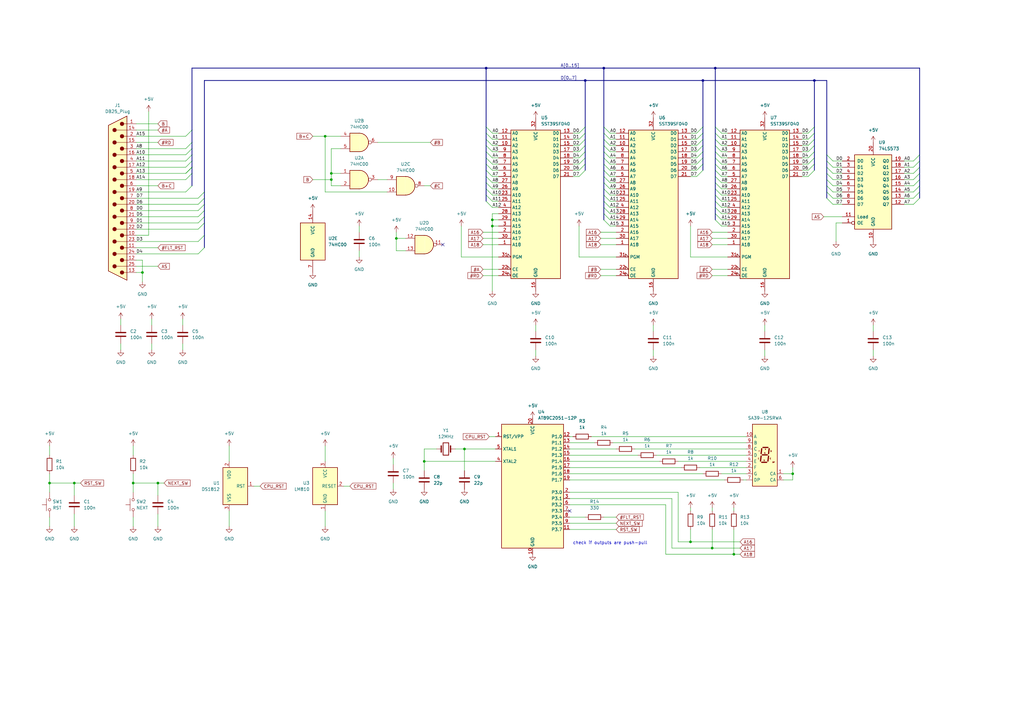
<source format=kicad_sch>
(kicad_sch (version 20231120) (generator "eeschema") (generator_version "8.0")
  (paper "A3")
  (title_block (title "FLT/CU-1 multicart") (date "2024-03-17") (rev "A") (company "trwgQ26xxx"))
  (junction (at 293.37 27.94))
  (junction (at 283.21 222.25))
  (junction (at 162.56 97.79))
  (junction (at 247.65 27.94))
  (junction (at 64.77 198.12))
  (junction (at 240.03 33.02))
  (junction (at 20.32 198.12))
  (junction (at 325.12 194.31))
  (junction (at 190.5 184.15))
  (junction (at 135.89 71.12))
  (junction (at 135.89 73.66))
  (junction (at 58.42 111.76))
  (junction (at 133.35 55.88))
  (junction (at 300.99 227.33))
  (junction (at 288.29 33.02))
  (junction (at 201.93 92.71))
  (junction (at 199.39 27.94))
  (junction (at 173.99 189.23))
  (junction (at 54.61 198.12))
  (junction (at 292.1 224.79))
  (junction (at 334.01 33.02))
  (junction (at 201.93 90.17))
  (junction (at 30.48 198.12))
  (no_connect (at 181.61 100.33))
  (no_connect (at 233.68 209.55))
  (bus_entry (at 377.19 71.12) (size -2.54 2.54))
  (bus_entry (at 83.82 83.82) (size -2.54 2.54))
  (bus_entry (at 334.01 69.85) (size -2.54 2.54))
  (bus_entry (at 288.29 64.77) (size -2.54 2.54))
  (bus_entry (at 199.39 57.15) (size 2.54 2.54))
  (bus_entry (at 334.01 54.61) (size -2.54 2.54))
  (bus_entry (at 339.09 73.66) (size 2.54 2.54))
  (bus_entry (at 247.65 52.07) (size 2.54 2.54))
  (bus_entry (at 78.74 76.2) (size -2.54 2.54))
  (bus_entry (at 247.65 64.77) (size 2.54 2.54))
  (bus_entry (at 293.37 64.77) (size 2.54 2.54))
  (bus_entry (at 377.19 73.66) (size -2.54 2.54))
  (bus_entry (at 199.39 52.07) (size 2.54 2.54))
  (bus_entry (at 247.65 54.61) (size 2.54 2.54))
  (bus_entry (at 339.09 71.12) (size 2.54 2.54))
  (bus_entry (at 334.01 67.31) (size -2.54 2.54))
  (bus_entry (at 293.37 52.07) (size 2.54 2.54))
  (bus_entry (at 288.29 69.85) (size -2.54 2.54))
  (bus_entry (at 288.29 57.15) (size -2.54 2.54))
  (bus_entry (at 377.19 68.58) (size -2.54 2.54))
  (bus_entry (at 247.65 77.47) (size 2.54 2.54))
  (bus_entry (at 293.37 72.39) (size 2.54 2.54))
  (bus_entry (at 83.82 101.6) (size -2.54 2.54))
  (bus_entry (at 247.65 62.23) (size 2.54 2.54))
  (bus_entry (at 83.82 86.36) (size -2.54 2.54))
  (bus_entry (at 377.19 76.2) (size -2.54 2.54))
  (bus_entry (at 247.65 67.31) (size 2.54 2.54))
  (bus_entry (at 247.65 90.17) (size 2.54 2.54))
  (bus_entry (at 293.37 85.09) (size 2.54 2.54))
  (bus_entry (at 78.74 63.5) (size -2.54 2.54))
  (bus_entry (at 293.37 69.85) (size 2.54 2.54))
  (bus_entry (at 199.39 59.69) (size 2.54 2.54))
  (bus_entry (at 240.03 64.77) (size -2.54 2.54))
  (bus_entry (at 240.03 62.23) (size -2.54 2.54))
  (bus_entry (at 199.39 82.55) (size 2.54 2.54))
  (bus_entry (at 247.65 69.85) (size 2.54 2.54))
  (bus_entry (at 199.39 62.23) (size 2.54 2.54))
  (bus_entry (at 293.37 59.69) (size 2.54 2.54))
  (bus_entry (at 78.74 66.04) (size -2.54 2.54))
  (bus_entry (at 240.03 67.31) (size -2.54 2.54))
  (bus_entry (at 247.65 74.93) (size 2.54 2.54))
  (bus_entry (at 78.74 71.12) (size -2.54 2.54))
  (bus_entry (at 334.01 59.69) (size -2.54 2.54))
  (bus_entry (at 199.39 74.93) (size 2.54 2.54))
  (bus_entry (at 377.19 63.5) (size -2.54 2.54))
  (bus_entry (at 334.01 57.15) (size -2.54 2.54))
  (bus_entry (at 293.37 62.23) (size 2.54 2.54))
  (bus_entry (at 293.37 90.17) (size 2.54 2.54))
  (bus_entry (at 293.37 57.15) (size 2.54 2.54))
  (bus_entry (at 199.39 67.31) (size 2.54 2.54))
  (bus_entry (at 339.09 63.5) (size 2.54 2.54))
  (bus_entry (at 247.65 82.55) (size 2.54 2.54))
  (bus_entry (at 78.74 60.96) (size -2.54 2.54))
  (bus_entry (at 339.09 81.28) (size 2.54 2.54))
  (bus_entry (at 293.37 54.61) (size 2.54 2.54))
  (bus_entry (at 199.39 77.47) (size 2.54 2.54))
  (bus_entry (at 199.39 54.61) (size 2.54 2.54))
  (bus_entry (at 240.03 59.69) (size -2.54 2.54))
  (bus_entry (at 83.82 81.28) (size -2.54 2.54))
  (bus_entry (at 288.29 67.31) (size -2.54 2.54))
  (bus_entry (at 199.39 80.01) (size 2.54 2.54))
  (bus_entry (at 78.74 68.58) (size -2.54 2.54))
  (bus_entry (at 288.29 52.07) (size -2.54 2.54))
  (bus_entry (at 339.09 66.04) (size 2.54 2.54))
  (bus_entry (at 339.09 78.74) (size 2.54 2.54))
  (bus_entry (at 377.19 78.74) (size -2.54 2.54))
  (bus_entry (at 240.03 54.61) (size -2.54 2.54))
  (bus_entry (at 78.74 58.42) (size -2.54 2.54))
  (bus_entry (at 288.29 54.61) (size -2.54 2.54))
  (bus_entry (at 240.03 57.15) (size -2.54 2.54))
  (bus_entry (at 247.65 72.39) (size 2.54 2.54))
  (bus_entry (at 240.03 52.07) (size -2.54 2.54))
  (bus_entry (at 334.01 64.77) (size -2.54 2.54))
  (bus_entry (at 199.39 69.85) (size 2.54 2.54))
  (bus_entry (at 288.29 62.23) (size -2.54 2.54))
  (bus_entry (at 78.74 53.34) (size -2.54 2.54))
  (bus_entry (at 293.37 82.55) (size 2.54 2.54))
  (bus_entry (at 83.82 96.52) (size -2.54 2.54))
  (bus_entry (at 339.09 76.2) (size 2.54 2.54))
  (bus_entry (at 293.37 87.63) (size 2.54 2.54))
  (bus_entry (at 377.19 66.04) (size -2.54 2.54))
  (bus_entry (at 293.37 80.01) (size 2.54 2.54))
  (bus_entry (at 334.01 52.07) (size -2.54 2.54))
  (bus_entry (at 83.82 78.74) (size -2.54 2.54))
  (bus_entry (at 293.37 74.93) (size 2.54 2.54))
  (bus_entry (at 247.65 80.01) (size 2.54 2.54))
  (bus_entry (at 288.29 59.69) (size -2.54 2.54))
  (bus_entry (at 199.39 64.77) (size 2.54 2.54))
  (bus_entry (at 293.37 67.31) (size 2.54 2.54))
  (bus_entry (at 240.03 69.85) (size -2.54 2.54))
  (bus_entry (at 247.65 85.09) (size 2.54 2.54))
  (bus_entry (at 83.82 91.44) (size -2.54 2.54))
  (bus_entry (at 78.74 68.58) (size -2.54 2.54))
  (bus_entry (at 334.01 62.23) (size -2.54 2.54))
  (bus_entry (at 83.82 88.9) (size -2.54 2.54))
  (bus_entry (at 377.19 81.28) (size -2.54 2.54))
  (bus_entry (at 247.65 57.15) (size 2.54 2.54))
  (bus_entry (at 293.37 77.47) (size 2.54 2.54))
  (bus_entry (at 199.39 72.39) (size 2.54 2.54))
  (bus_entry (at 339.09 68.58) (size 2.54 2.54))
  (bus_entry (at 247.65 87.63) (size 2.54 2.54))
  (bus_entry (at 247.65 59.69) (size 2.54 2.54))
  (wire (pts (xy 128.27 55.88) (xy 133.35 55.88)))
  (bus (pts (xy 334.01 54.61) (xy 334.01 57.15)))
  (wire (pts (xy 250.19 82.55) (xy 252.73 82.55)))
  (wire (pts (xy 341.63 73.66) (xy 345.44 73.66)))
  (wire (pts (xy 313.69 143.51) (xy 313.69 146.05)))
  (wire (pts (xy 250.19 62.23) (xy 252.73 62.23)))
  (wire (pts (xy 55.88 53.34) (xy 64.77 53.34)))
  (wire (pts (xy 304.8 196.85) (xy 306.07 196.85)))
  (wire (pts (xy 273.05 227.33) (xy 273.05 207.01)))
  (wire (pts (xy 54.61 198.12) (xy 54.61 201.93)))
  (wire (pts (xy 328.93 62.23) (xy 331.47 62.23)))
  (bus (pts (xy 247.65 52.07) (xy 247.65 54.61)))
  (wire (pts (xy 62.23 140.97) (xy 62.23 143.51)))
  (wire (pts (xy 246.38 97.79) (xy 252.73 97.79)))
  (wire (pts (xy 237.49 69.85) (xy 234.95 69.85)))
  (wire (pts (xy 275.59 224.79) (xy 275.59 204.47)))
  (bus (pts (xy 293.37 82.55) (xy 293.37 85.09)))
  (wire (pts (xy 55.88 101.6) (xy 64.77 101.6)))
  (wire (pts (xy 292.1 209.55) (xy 292.1 208.28)))
  (bus (pts (xy 199.39 72.39) (xy 199.39 69.85)))
  (wire (pts (xy 233.68 214.63) (xy 252.73 214.63)))
  (wire (pts (xy 190.5 184.15) (xy 190.5 193.04)))
  (wire (pts (xy 237.49 64.77) (xy 234.95 64.77)))
  (wire (pts (xy 133.35 55.88) (xy 139.7 55.88)))
  (wire (pts (xy 295.91 69.85) (xy 298.45 69.85)))
  (wire (pts (xy 173.99 189.23) (xy 203.2 189.23)))
  (wire (pts (xy 233.68 194.31) (xy 288.29 194.31)))
  (wire (pts (xy 233.68 184.15) (xy 252.73 184.15)))
  (wire (pts (xy 104.14 199.39) (xy 106.68 199.39)))
  (wire (pts (xy 64.77 198.12) (xy 64.77 203.2)))
  (wire (pts (xy 341.63 83.82) (xy 345.44 83.82)))
  (wire (pts (xy 20.32 212.09) (xy 20.32 215.9)))
  (bus (pts (xy 247.65 54.61) (xy 247.65 57.15)))
  (bus (pts (xy 247.65 27.94) (xy 293.37 27.94)))
  (bus (pts (xy 288.29 52.07) (xy 288.29 54.61)))
  (bus (pts (xy 288.29 33.02) (xy 334.01 33.02)))
  (bus (pts (xy 339.09 73.66) (xy 339.09 76.2)))
  (wire (pts (xy 201.93 85.09) (xy 204.47 85.09)))
  (bus (pts (xy 247.65 72.39) (xy 247.65 74.93)))
  (wire (pts (xy 283.21 222.25) (xy 303.53 222.25)))
  (bus (pts (xy 247.65 27.94) (xy 247.65 52.07)))
  (wire (pts (xy 49.53 130.81) (xy 49.53 133.35)))
  (bus (pts (xy 247.65 85.09) (xy 247.65 87.63)))
  (wire (pts (xy 292.1 100.33) (xy 298.45 100.33)))
  (wire (pts (xy 300.99 217.17) (xy 300.99 227.33)))
  (wire (pts (xy 135.89 71.12) (xy 135.89 73.66)))
  (wire (pts (xy 204.47 105.41) (xy 189.23 105.41)))
  (wire (pts (xy 201.93 72.39) (xy 204.47 72.39)))
  (wire (pts (xy 233.68 186.69) (xy 261.62 186.69)))
  (wire (pts (xy 237.49 54.61) (xy 234.95 54.61)))
  (bus (pts (xy 240.03 67.31) (xy 240.03 64.77)))
  (wire (pts (xy 345.44 91.44) (xy 342.9 91.44)))
  (bus (pts (xy 247.65 69.85) (xy 247.65 72.39)))
  (bus (pts (xy 339.09 68.58) (xy 339.09 71.12)))
  (wire (pts (xy 233.68 196.85) (xy 297.18 196.85)))
  (bus (pts (xy 78.74 27.94) (xy 78.74 53.34)))
  (wire (pts (xy 201.93 67.31) (xy 204.47 67.31)))
  (wire (pts (xy 295.91 82.55) (xy 298.45 82.55)))
  (wire (pts (xy 295.91 87.63) (xy 298.45 87.63)))
  (wire (pts (xy 341.63 66.04) (xy 345.44 66.04)))
  (bus (pts (xy 293.37 62.23) (xy 293.37 64.77)))
  (bus (pts (xy 377.19 63.5) (xy 377.19 66.04)))
  (wire (pts (xy 147.32 92.71) (xy 147.32 95.25)))
  (bus (pts (xy 240.03 57.15) (xy 240.03 54.61)))
  (wire (pts (xy 283.21 67.31) (xy 285.75 67.31)))
  (wire (pts (xy 55.88 66.04) (xy 76.2 66.04)))
  (bus (pts (xy 293.37 54.61) (xy 293.37 57.15)))
  (wire (pts (xy 370.84 71.12) (xy 374.65 71.12)))
  (wire (pts (xy 370.84 81.28) (xy 374.65 81.28)))
  (wire (pts (xy 295.91 74.93) (xy 298.45 74.93)))
  (wire (pts (xy 295.91 72.39) (xy 298.45 72.39)))
  (bus (pts (xy 199.39 77.47) (xy 199.39 74.93)))
  (wire (pts (xy 283.21 59.69) (xy 285.75 59.69)))
  (bus (pts (xy 199.39 69.85) (xy 199.39 67.31)))
  (wire (pts (xy 292.1 113.03) (xy 298.45 113.03)))
  (bus (pts (xy 334.01 64.77) (xy 334.01 67.31)))
  (wire (pts (xy 179.07 184.15) (xy 173.99 184.15)))
  (wire (pts (xy 55.88 109.22) (xy 64.77 109.22)))
  (wire (pts (xy 341.63 78.74) (xy 345.44 78.74)))
  (wire (pts (xy 54.61 212.09) (xy 54.61 215.9)))
  (wire (pts (xy 162.56 97.79) (xy 162.56 95.25)))
  (wire (pts (xy 55.88 50.8) (xy 64.77 50.8)))
  (wire (pts (xy 242.57 179.07) (xy 306.07 179.07)))
  (wire (pts (xy 54.61 182.88) (xy 54.61 186.69)))
  (wire (pts (xy 370.84 76.2) (xy 374.65 76.2)))
  (wire (pts (xy 292.1 217.17) (xy 292.1 224.79)))
  (wire (pts (xy 250.19 77.47) (xy 252.73 77.47)))
  (wire (pts (xy 283.21 105.41) (xy 283.21 92.71)))
  (bus (pts (xy 199.39 64.77) (xy 199.39 62.23)))
  (wire (pts (xy 49.53 140.97) (xy 49.53 143.51)))
  (bus (pts (xy 293.37 27.94) (xy 293.37 52.07)))
  (wire (pts (xy 275.59 204.47) (xy 233.68 204.47)))
  (wire (pts (xy 55.88 104.14) (xy 81.28 104.14)))
  (wire (pts (xy 55.88 71.12) (xy 76.2 71.12)))
  (bus (pts (xy 199.39 59.69) (xy 199.39 57.15)))
  (wire (pts (xy 140.97 199.39) (xy 143.51 199.39)))
  (wire (pts (xy 341.63 71.12) (xy 345.44 71.12)))
  (bus (pts (xy 377.19 78.74) (xy 377.19 81.28)))
  (wire (pts (xy 201.93 92.71) (xy 201.93 119.38)))
  (wire (pts (xy 295.91 80.01) (xy 298.45 80.01)))
  (bus (pts (xy 78.74 71.12) (xy 78.74 76.2)))
  (bus (pts (xy 293.37 52.07) (xy 293.37 54.61)))
  (wire (pts (xy 139.7 71.12) (xy 135.89 71.12)))
  (bus (pts (xy 334.01 59.69) (xy 334.01 62.23)))
  (wire (pts (xy 250.19 54.61) (xy 252.73 54.61)))
  (bus (pts (xy 199.39 80.01) (xy 199.39 77.47)))
  (wire (pts (xy 370.84 66.04) (xy 374.65 66.04)))
  (wire (pts (xy 275.59 224.79) (xy 292.1 224.79)))
  (wire (pts (xy 295.91 54.61) (xy 298.45 54.61)))
  (bus (pts (xy 293.37 69.85) (xy 293.37 72.39)))
  (wire (pts (xy 76.2 78.74) (xy 55.88 78.74)))
  (wire (pts (xy 250.19 80.01) (xy 252.73 80.01)))
  (wire (pts (xy 345.44 88.9) (xy 337.82 88.9)))
  (bus (pts (xy 240.03 59.69) (xy 240.03 57.15)))
  (bus (pts (xy 293.37 85.09) (xy 293.37 87.63)))
  (wire (pts (xy 237.49 72.39) (xy 234.95 72.39)))
  (wire (pts (xy 298.45 105.41) (xy 283.21 105.41)))
  (bus (pts (xy 78.74 60.96) (xy 78.74 63.5)))
  (bus (pts (xy 247.65 57.15) (xy 247.65 59.69)))
  (wire (pts (xy 135.89 73.66) (xy 135.89 76.2)))
  (bus (pts (xy 78.74 68.58) (xy 78.74 71.12)))
  (bus (pts (xy 78.74 58.42) (xy 78.74 60.96)))
  (wire (pts (xy 246.38 100.33) (xy 252.73 100.33)))
  (bus (pts (xy 199.39 52.07) (xy 199.39 27.94)))
  (bus (pts (xy 83.82 91.44) (xy 83.82 96.52)))
  (wire (pts (xy 201.93 62.23) (xy 204.47 62.23)))
  (wire (pts (xy 64.77 210.82) (xy 64.77 215.9)))
  (wire (pts (xy 139.7 60.96) (xy 135.89 60.96)))
  (wire (pts (xy 154.94 58.42) (xy 176.53 58.42)))
  (wire (pts (xy 93.98 182.88) (xy 93.98 189.23)))
  (bus (pts (xy 83.82 78.74) (xy 83.82 81.28)))
  (wire (pts (xy 128.27 73.66) (xy 135.89 73.66)))
  (wire (pts (xy 295.91 57.15) (xy 298.45 57.15)))
  (bus (pts (xy 83.82 96.52) (xy 83.82 101.6)))
  (bus (pts (xy 293.37 57.15) (xy 293.37 59.69)))
  (wire (pts (xy 295.91 62.23) (xy 298.45 62.23)))
  (bus (pts (xy 334.01 57.15) (xy 334.01 59.69)))
  (wire (pts (xy 55.88 111.76) (xy 58.42 111.76)))
  (wire (pts (xy 328.93 69.85) (xy 331.47 69.85)))
  (wire (pts (xy 278.13 222.25) (xy 283.21 222.25)))
  (wire (pts (xy 246.38 113.03) (xy 252.73 113.03)))
  (bus (pts (xy 247.65 77.47) (xy 247.65 80.01)))
  (bus (pts (xy 83.82 33.02) (xy 240.03 33.02)))
  (bus (pts (xy 339.09 63.5) (xy 339.09 66.04)))
  (wire (pts (xy 55.88 76.2) (xy 64.77 76.2)))
  (wire (pts (xy 341.63 68.58) (xy 345.44 68.58)))
  (wire (pts (xy 233.68 181.61) (xy 243.84 181.61)))
  (bus (pts (xy 377.19 66.04) (xy 377.19 68.58)))
  (bus (pts (xy 199.39 62.23) (xy 199.39 59.69)))
  (wire (pts (xy 201.93 87.63) (xy 201.93 90.17)))
  (wire (pts (xy 250.19 74.93) (xy 252.73 74.93)))
  (wire (pts (xy 55.88 86.36) (xy 81.28 86.36)))
  (wire (pts (xy 173.99 189.23) (xy 173.99 193.04)))
  (wire (pts (xy 147.32 102.87) (xy 147.32 105.41)))
  (wire (pts (xy 55.88 63.5) (xy 76.2 63.5)))
  (wire (pts (xy 325.12 191.77) (xy 325.12 194.31)))
  (wire (pts (xy 64.77 198.12) (xy 67.31 198.12)))
  (wire (pts (xy 283.21 209.55) (xy 283.21 208.28)))
  (bus (pts (xy 334.01 67.31) (xy 334.01 69.85)))
  (wire (pts (xy 198.12 95.25) (xy 204.47 95.25)))
  (wire (pts (xy 233.68 189.23) (xy 270.51 189.23)))
  (wire (pts (xy 250.19 67.31) (xy 252.73 67.31)))
  (wire (pts (xy 30.48 198.12) (xy 30.48 203.2)))
  (wire (pts (xy 158.75 73.66) (xy 154.94 73.66)))
  (wire (pts (xy 20.32 198.12) (xy 20.32 201.93)))
  (bus (pts (xy 240.03 62.23) (xy 240.03 59.69)))
  (bus (pts (xy 83.82 81.28) (xy 83.82 83.82)))
  (wire (pts (xy 328.93 72.39) (xy 331.47 72.39)))
  (wire (pts (xy 76.2 55.88) (xy 55.88 55.88)))
  (wire (pts (xy 267.97 143.51) (xy 267.97 146.05)))
  (bus (pts (xy 247.65 87.63) (xy 247.65 90.17)))
  (wire (pts (xy 328.93 64.77) (xy 331.47 64.77)))
  (wire (pts (xy 292.1 224.79) (xy 303.53 224.79)))
  (wire (pts (xy 295.91 67.31) (xy 298.45 67.31)))
  (bus (pts (xy 83.82 33.02) (xy 83.82 78.74)))
  (wire (pts (xy 201.93 74.93) (xy 204.47 74.93)))
  (wire (pts (xy 58.42 111.76) (xy 58.42 115.57)))
  (bus (pts (xy 377.19 68.58) (xy 377.19 71.12)))
  (bus (pts (xy 288.29 54.61) (xy 288.29 57.15)))
  (wire (pts (xy 173.99 184.15) (xy 173.99 189.23)))
  (wire (pts (xy 328.93 54.61) (xy 331.47 54.61)))
  (bus (pts (xy 199.39 74.93) (xy 199.39 72.39)))
  (wire (pts (xy 30.48 198.12) (xy 33.02 198.12)))
  (wire (pts (xy 251.46 181.61) (xy 306.07 181.61)))
  (wire (pts (xy 269.24 186.69) (xy 306.07 186.69)))
  (wire (pts (xy 186.69 184.15) (xy 190.5 184.15)))
  (wire (pts (xy 250.19 72.39) (xy 252.73 72.39)))
  (wire (pts (xy 250.19 69.85) (xy 252.73 69.85)))
  (bus (pts (xy 247.65 59.69) (xy 247.65 62.23)))
  (bus (pts (xy 240.03 33.02) (xy 288.29 33.02)))
  (wire (pts (xy 198.12 113.03) (xy 204.47 113.03)))
  (bus (pts (xy 247.65 80.01) (xy 247.65 82.55)))
  (wire (pts (xy 237.49 105.41) (xy 237.49 92.71)))
  (wire (pts (xy 250.19 64.77) (xy 252.73 64.77)))
  (wire (pts (xy 325.12 194.31) (xy 321.31 194.31)))
  (wire (pts (xy 237.49 67.31) (xy 234.95 67.31)))
  (bus (pts (xy 339.09 76.2) (xy 339.09 78.74)))
  (bus (pts (xy 240.03 64.77) (xy 240.03 62.23)))
  (wire (pts (xy 158.75 78.74) (xy 133.35 78.74)))
  (bus (pts (xy 293.37 64.77) (xy 293.37 67.31)))
  (wire (pts (xy 283.21 69.85) (xy 285.75 69.85)))
  (wire (pts (xy 260.35 184.15) (xy 306.07 184.15)))
  (wire (pts (xy 166.37 102.87) (xy 162.56 102.87)))
  (wire (pts (xy 283.21 217.17) (xy 283.21 222.25)))
  (wire (pts (xy 295.91 90.17) (xy 298.45 90.17)))
  (wire (pts (xy 201.93 64.77) (xy 204.47 64.77)))
  (bus (pts (xy 377.19 71.12) (xy 377.19 73.66)))
  (wire (pts (xy 237.49 59.69) (xy 234.95 59.69)))
  (bus (pts (xy 247.65 74.93) (xy 247.65 77.47)))
  (bus (pts (xy 377.19 27.94) (xy 377.19 63.5)))
  (wire (pts (xy 234.95 179.07) (xy 233.68 179.07)))
  (wire (pts (xy 250.19 85.09) (xy 252.73 85.09)))
  (wire (pts (xy 198.12 110.49) (xy 204.47 110.49)))
  (wire (pts (xy 198.12 97.79) (xy 204.47 97.79)))
  (wire (pts (xy 233.68 212.09) (xy 240.03 212.09)))
  (bus (pts (xy 334.01 52.07) (xy 334.01 54.61)))
  (bus (pts (xy 293.37 87.63) (xy 293.37 90.17)))
  (wire (pts (xy 250.19 90.17) (xy 252.73 90.17)))
  (wire (pts (xy 55.88 93.98) (xy 81.28 93.98)))
  (wire (pts (xy 55.88 60.96) (xy 76.2 60.96)))
  (wire (pts (xy 273.05 227.33) (xy 300.99 227.33)))
  (wire (pts (xy 358.14 143.51) (xy 358.14 146.05)))
  (wire (pts (xy 295.91 64.77) (xy 298.45 64.77)))
  (wire (pts (xy 55.88 73.66) (xy 76.2 73.66)))
  (wire (pts (xy 283.21 64.77) (xy 285.75 64.77)))
  (wire (pts (xy 204.47 87.63) (xy 201.93 87.63)))
  (wire (pts (xy 341.63 76.2) (xy 345.44 76.2)))
  (wire (pts (xy 358.14 133.35) (xy 358.14 135.89)))
  (wire (pts (xy 201.93 69.85) (xy 204.47 69.85)))
  (wire (pts (xy 54.61 198.12) (xy 64.77 198.12)))
  (wire (pts (xy 201.93 90.17) (xy 201.93 92.71)))
  (bus (pts (xy 83.82 86.36) (xy 83.82 88.9)))
  (wire (pts (xy 370.84 78.74) (xy 374.65 78.74)))
  (wire (pts (xy 247.65 212.09) (xy 252.73 212.09)))
  (wire (pts (xy 20.32 194.31) (xy 20.32 198.12)))
  (wire (pts (xy 233.68 217.17) (xy 252.73 217.17)))
  (wire (pts (xy 283.21 54.61) (xy 285.75 54.61)))
  (wire (pts (xy 55.88 96.52) (xy 60.96 96.52)))
  (wire (pts (xy 219.71 133.35) (xy 219.71 135.89)))
  (bus (pts (xy 247.65 62.23) (xy 247.65 64.77)))
  (wire (pts (xy 321.31 196.85) (xy 325.12 196.85)))
  (bus (pts (xy 78.74 63.5) (xy 78.74 66.04)))
  (bus (pts (xy 293.37 72.39) (xy 293.37 74.93)))
  (wire (pts (xy 250.19 59.69) (xy 252.73 59.69)))
  (wire (pts (xy 250.19 87.63) (xy 252.73 87.63)))
  (bus (pts (xy 199.39 27.94) (xy 247.65 27.94)))
  (wire (pts (xy 133.35 78.74) (xy 133.35 55.88)))
  (wire (pts (xy 161.29 198.12) (xy 161.29 200.66)))
  (bus (pts (xy 293.37 80.01) (xy 293.37 82.55)))
  (wire (pts (xy 237.49 62.23) (xy 234.95 62.23)))
  (wire (pts (xy 62.23 130.81) (xy 62.23 133.35)))
  (wire (pts (xy 201.93 80.01) (xy 204.47 80.01)))
  (wire (pts (xy 189.23 105.41) (xy 189.23 92.71)))
  (wire (pts (xy 55.88 68.58) (xy 76.2 68.58)))
  (bus (pts (xy 199.39 57.15) (xy 199.39 54.61)))
  (bus (pts (xy 288.29 67.31) (xy 288.29 69.85)))
  (bus (pts (xy 288.29 64.77) (xy 288.29 67.31)))
  (wire (pts (xy 283.21 57.15) (xy 285.75 57.15)))
  (wire (pts (xy 135.89 60.96) (xy 135.89 71.12)))
  (wire (pts (xy 58.42 106.68) (xy 58.42 111.76)))
  (wire (pts (xy 328.93 59.69) (xy 331.47 59.69)))
  (wire (pts (xy 135.89 76.2) (xy 139.7 76.2)))
  (bus (pts (xy 247.65 67.31) (xy 247.65 69.85)))
  (bus (pts (xy 83.82 88.9) (xy 83.82 91.44)))
  (wire (pts (xy 201.93 92.71) (xy 204.47 92.71)))
  (wire (pts (xy 201.93 59.69) (xy 204.47 59.69)))
  (bus (pts (xy 199.39 67.31) (xy 199.39 64.77)))
  (wire (pts (xy 313.69 133.35) (xy 313.69 135.89)))
  (wire (pts (xy 370.84 83.82) (xy 374.65 83.82)))
  (bus (pts (xy 293.37 77.47) (xy 293.37 80.01)))
  (wire (pts (xy 283.21 72.39) (xy 285.75 72.39)))
  (wire (pts (xy 283.21 62.23) (xy 285.75 62.23)))
  (bus (pts (xy 240.03 54.61) (xy 240.03 52.07)))
  (bus (pts (xy 240.03 69.85) (xy 240.03 67.31)))
  (wire (pts (xy 201.93 82.55) (xy 204.47 82.55)))
  (bus (pts (xy 293.37 74.93) (xy 293.37 77.47)))
  (bus (pts (xy 240.03 52.07) (xy 240.03 33.02)))
  (wire (pts (xy 292.1 97.79) (xy 298.45 97.79)))
  (wire (pts (xy 295.91 194.31) (xy 306.07 194.31)))
  (wire (pts (xy 370.84 73.66) (xy 374.65 73.66)))
  (wire (pts (xy 325.12 196.85) (xy 325.12 194.31)))
  (wire (pts (xy 295.91 85.09) (xy 298.45 85.09)))
  (bus (pts (xy 334.01 33.02) (xy 339.09 33.02)))
  (wire (pts (xy 166.37 97.79) (xy 162.56 97.79)))
  (wire (pts (xy 55.88 99.06) (xy 81.28 99.06)))
  (wire (pts (xy 328.93 67.31) (xy 331.47 67.31)))
  (wire (pts (xy 278.13 222.25) (xy 278.13 201.93)))
  (wire (pts (xy 55.88 81.28) (xy 81.28 81.28)))
  (wire (pts (xy 273.05 207.01) (xy 233.68 207.01)))
  (wire (pts (xy 250.19 57.15) (xy 252.73 57.15)))
  (wire (pts (xy 201.93 57.15) (xy 204.47 57.15)))
  (bus (pts (xy 334.01 62.23) (xy 334.01 64.77)))
  (wire (pts (xy 328.93 57.15) (xy 331.47 57.15)))
  (wire (pts (xy 133.35 182.88) (xy 133.35 189.23)))
  (bus (pts (xy 288.29 62.23) (xy 288.29 64.77)))
  (bus (pts (xy 339.09 66.04) (xy 339.09 68.58)))
  (wire (pts (xy 60.96 96.52) (xy 60.96 45.72)))
  (bus (pts (xy 199.39 54.61) (xy 199.39 52.07)))
  (bus (pts (xy 334.01 33.02) (xy 334.01 52.07)))
  (wire (pts (xy 55.88 83.82) (xy 81.28 83.82)))
  (wire (pts (xy 300.99 209.55) (xy 300.99 208.28)))
  (wire (pts (xy 295.91 59.69) (xy 298.45 59.69)))
  (wire (pts (xy 74.93 140.97) (xy 74.93 143.51)))
  (wire (pts (xy 133.35 209.55) (xy 133.35 215.9)))
  (bus (pts (xy 339.09 33.02) (xy 339.09 63.5)))
  (bus (pts (xy 247.65 82.55) (xy 247.65 85.09)))
  (wire (pts (xy 55.88 91.44) (xy 81.28 91.44)))
  (wire (pts (xy 295.91 77.47) (xy 298.45 77.47)))
  (bus (pts (xy 288.29 59.69) (xy 288.29 62.23)))
  (wire (pts (xy 20.32 198.12) (xy 30.48 198.12)))
  (bus (pts (xy 377.19 76.2) (xy 377.19 78.74)))
  (wire (pts (xy 300.99 227.33) (xy 303.53 227.33)))
  (wire (pts (xy 20.32 182.88) (xy 20.32 186.69)))
  (wire (pts (xy 190.5 184.15) (xy 203.2 184.15)))
  (bus (pts (xy 293.37 27.94) (xy 377.19 27.94)))
  (wire (pts (xy 55.88 106.68) (xy 58.42 106.68)))
  (wire (pts (xy 55.88 58.42) (xy 64.77 58.42)))
  (wire (pts (xy 54.61 194.31) (xy 54.61 198.12)))
  (wire (pts (xy 161.29 187.96) (xy 161.29 190.5)))
  (wire (pts (xy 30.48 210.82) (xy 30.48 215.9)))
  (wire (pts (xy 201.93 90.17) (xy 204.47 90.17)))
  (wire (pts (xy 341.63 81.28) (xy 345.44 81.28)))
  (bus (pts (xy 199.39 82.55) (xy 199.39 80.01)))
  (wire (pts (xy 292.1 95.25) (xy 298.45 95.25)))
  (bus (pts (xy 288.29 33.02) (xy 288.29 52.07)))
  (bus (pts (xy 83.82 83.82) (xy 83.82 86.36)))
  (wire (pts (xy 370.84 68.58) (xy 374.65 68.58)))
  (wire (pts (xy 246.38 110.49) (xy 252.73 110.49)))
  (wire (pts (xy 173.99 76.2) (xy 176.53 76.2)))
  (wire (pts (xy 74.93 130.81) (xy 74.93 133.35)))
  (wire (pts (xy 55.88 88.9) (xy 81.28 88.9)))
  (bus (pts (xy 339.09 78.74) (xy 339.09 81.28)))
  (wire (pts (xy 250.19 92.71) (xy 252.73 92.71)))
  (wire (pts (xy 198.12 100.33) (xy 204.47 100.33)))
  (wire (pts (xy 342.9 91.44) (xy 342.9 99.06)))
  (wire (pts (xy 93.98 209.55) (xy 93.98 215.9)))
  (bus (pts (xy 199.39 27.94) (xy 78.74 27.94)))
  (bus (pts (xy 78.74 53.34) (xy 78.74 58.42)))
  (wire (pts (xy 162.56 102.87) (xy 162.56 97.79)))
  (bus (pts (xy 293.37 59.69) (xy 293.37 62.23)))
  (wire (pts (xy 267.97 133.35) (xy 267.97 135.89)))
  (wire (pts (xy 287.02 191.77) (xy 306.07 191.77)))
  (wire (pts (xy 252.73 105.41) (xy 237.49 105.41)))
  (bus (pts (xy 339.09 71.12) (xy 339.09 73.66)))
  (wire (pts (xy 233.68 191.77) (xy 279.4 191.77)))
  (bus (pts (xy 78.74 66.04) (xy 78.74 68.58)))
  (wire (pts (xy 295.91 92.71) (xy 298.45 92.71)))
  (wire (pts (xy 237.49 57.15) (xy 234.95 57.15)))
  (wire (pts (xy 246.38 95.25) (xy 252.73 95.25)))
  (bus (pts (xy 293.37 67.31) (xy 293.37 69.85)))
  (wire (pts (xy 201.93 54.61) (xy 204.47 54.61)))
  (bus (pts (xy 247.65 64.77) (xy 247.65 67.31)))
  (wire (pts (xy 278.13 201.93) (xy 233.68 201.93)))
  (wire (pts (xy 219.71 143.51) (xy 219.71 146.05)))
  (wire (pts (xy 201.93 77.47) (xy 204.47 77.47)))
  (wire (pts (xy 278.13 189.23) (xy 306.07 189.23)))
  (bus (pts (xy 288.29 57.15) (xy 288.29 59.69)))
  (wire (pts (xy 203.2 179.07) (xy 200.66 179.07)))
  (wire (pts (xy 292.1 110.49) (xy 298.45 110.49)))
  (bus (pts (xy 377.19 73.66) (xy 377.19 76.2)))
  (text "check if outputs are push-pull" (at 234.95 223.52 0) (effects (font (size 1.27 1.27)) (justify left bottom)))
  (label "D3" (at 342.9 73.66 0))
  (label "A13" (at 295.91 87.63 0))
  (label "D7" (at 328.93 72.39 0))
  (label "A4" (at 250.19 64.77 0))
  (label "A11" (at 201.93 82.55 0))
  (label "A3" (at 201.93 62.23 0))
  (label "A5" (at 295.91 67.31 0))
  (label "A11" (at 55.88 66.04 0))
  (label "D5" (at 234.95 67.31 0))
  (label "D2" (at 55.88 93.98 0))
  (label "D0" (at 283.21 54.61 0))
  (label "A14" (at 250.19 90.17 0))
  (label "D6" (at 55.88 83.82 0))
  (label "D3" (at 234.95 62.23 0))
  (label "D5" (at 283.21 67.31 0))
  (label "A9" (at 295.91 77.47 0))
  (label "A1" (at 370.84 68.58 0))
  (label "A1" (at 295.91 57.15 0))
  (label "D4" (at 283.21 64.77 0))
  (label "D0" (at 234.95 54.61 0))
  (label "A6" (at 250.19 69.85 0))
  (label "D2" (at 342.9 71.12 0))
  (label "A0" (at 250.19 54.61 0))
  (label "A5" (at 370.84 78.74 0))
  (label "D1" (at 55.88 91.44 0))
  (label "A6" (at 201.93 69.85 0))
  (label "D2" (at 234.95 59.69 0))
  (label "A0" (at 370.84 66.04 0))
  (label "D3" (at 328.93 62.23 0))
  (label "A2" (at 295.91 59.69 0))
  (label "D4" (at 328.93 64.77 0))
  (label "D3" (at 283.21 62.23 0))
  (label "A7" (at 370.84 83.82 0))
  (label "A5" (at 250.19 67.31 0))
  (label "A4" (at 370.84 76.2 0))
  (label "A12" (at 250.19 85.09 0))
  (label "A12" (at 55.88 68.58 0))
  (label "D5" (at 342.9 78.74 0))
  (label "A8" (at 250.19 74.93 0))
  (label "A15" (at 295.91 92.71 0))
  (label "A9" (at 55.88 78.74 0))
  (label "A3" (at 295.91 62.23 0))
  (label "A7" (at 201.93 72.39 0))
  (label "D7" (at 342.9 83.82 0))
  (label "A14" (at 295.91 90.17 0))
  (label "D7" (at 283.21 72.39 0))
  (label "A1" (at 201.93 57.15 0))
  (label "D4" (at 342.9 76.2 0))
  (label "A12" (at 201.93 85.09 0))
  (label "D6" (at 342.9 81.28 0))
  (label "A14" (at 55.88 73.66 0))
  (label "A13" (at 250.19 87.63 0))
  (label "A9" (at 250.19 77.47 0))
  (label "D[0..7]" (at 229.87 33.02 0))
  (label "A3" (at 370.84 73.66 0))
  (label "A6" (at 295.91 69.85 0))
  (label "A10" (at 55.88 63.5 0))
  (label "D4" (at 234.95 64.77 0))
  (label "A[0..15]" (at 229.87 27.94 0))
  (label "D3" (at 55.88 99.06 0))
  (label "D1" (at 283.21 57.15 0))
  (label "A9" (at 201.93 77.47 0))
  (label "D5" (at 328.93 67.31 0))
  (label "A12" (at 295.91 85.09 0))
  (label "A15" (at 55.88 55.88 0))
  (label "A2" (at 201.93 59.69 0))
  (label "A10" (at 295.91 80.01 0))
  (label "D7" (at 55.88 81.28 0))
  (label "A4" (at 201.93 64.77 0))
  (label "A2" (at 250.19 59.69 0))
  (label "A0" (at 295.91 54.61 0))
  (label "D5" (at 55.88 88.9 0))
  (label "A11" (at 295.91 82.55 0))
  (label "A8" (at 201.93 74.93 0))
  (label "D4" (at 55.88 104.14 0))
  (label "A11" (at 250.19 82.55 0))
  (label "D6" (at 234.95 69.85 0))
  (label "A1" (at 250.19 57.15 0))
  (label "A8" (at 295.91 74.93 0))
  (label "A0" (at 201.93 54.61 0))
  (label "D6" (at 283.21 69.85 0))
  (label "D2" (at 328.93 59.69 0))
  (label "A5" (at 201.93 67.31 0))
  (label "A10" (at 250.19 80.01 0))
  (label "D0" (at 342.9 66.04 0))
  (label "A8" (at 55.88 60.96 0))
  (label "A4" (at 295.91 64.77 0))
  (label "A3" (at 250.19 62.23 0))
  (label "A10" (at 201.93 80.01 0))
  (label "A7" (at 295.91 72.39 0))
  (label "D1" (at 328.93 57.15 0))
  (label "D6" (at 328.93 69.85 0))
  (label "D0" (at 328.93 54.61 0))
  (label "D2" (at 283.21 59.69 0))
  (label "A7" (at 250.19 72.39 0))
  (label "D7" (at 234.95 72.39 0))
  (label "D1" (at 342.9 68.58 0))
  (label "A13" (at 55.88 71.12 0))
  (label "D0" (at 55.88 86.36 0))
  (label "A2" (at 370.84 71.12 0))
  (label "A6" (at 370.84 81.28 0))
  (label "A15" (at 250.19 92.71 0))
  (label "D1" (at 234.95 57.15 0))
  (global_label "#RD" (shape input) (at 246.38 113.03 180) (property "Intersheetrefs" "${INTERSHEET_REFS}" (effects (hide yes))))
  (global_label "A18" (shape input) (at 198.12 100.33 180) (property "Intersheetrefs" "${INTERSHEET_REFS}" (effects (hide yes))))
  (global_label "#RD" (shape input) (at 292.1 113.03 180) (property "Intersheetrefs" "${INTERSHEET_REFS}" (effects (hide yes))))
  (global_label "NEXT_SW" (shape input) (at 252.73 214.63 0) (property "Intersheetrefs" "${INTERSHEET_REFS}" (effects (hide yes))))
  (global_label "NEXT_SW" (shape input) (at 67.31 198.12 0) (property "Intersheetrefs" "${INTERSHEET_REFS}" (effects (hide yes))))
  (global_label "B" (shape input) (at 64.77 50.8 0) (property "Intersheetrefs" "${INTERSHEET_REFS}" (effects (hide yes))))
  (global_label "#FLT_RST" (shape input) (at 64.77 101.6 0) (property "Intersheetrefs" "${INTERSHEET_REFS}" (effects (hide yes))))
  (global_label "#C" (shape input) (at 176.53 76.2 0) (property "Intersheetrefs" "${INTERSHEET_REFS}" (effects (hide yes))))
  (global_label "A16" (shape input) (at 198.12 95.25 180) (property "Intersheetrefs" "${INTERSHEET_REFS}" (effects (hide yes))))
  (global_label "CPU_RST" (shape input) (at 106.68 199.39 0) (property "Intersheetrefs" "${INTERSHEET_REFS}" (effects (hide yes))))
  (global_label "#FLT_RST" (shape input) (at 252.73 212.09 0) (property "Intersheetrefs" "${INTERSHEET_REFS}" (effects (hide yes))))
  (global_label "A18" (shape input) (at 246.38 100.33 180) (property "Intersheetrefs" "${INTERSHEET_REFS}" (effects (hide yes))))
  (global_label "A17" (shape input) (at 292.1 97.79 180) (property "Intersheetrefs" "${INTERSHEET_REFS}" (effects (hide yes))))
  (global_label "A17" (shape input) (at 246.38 97.79 180) (property "Intersheetrefs" "${INTERSHEET_REFS}" (effects (hide yes))))
  (global_label "A18" (shape input) (at 292.1 100.33 180) (property "Intersheetrefs" "${INTERSHEET_REFS}" (effects (hide yes))))
  (global_label "B+C" (shape input) (at 64.77 76.2 0) (property "Intersheetrefs" "${INTERSHEET_REFS}" (effects (hide yes))))
  (global_label "#B" (shape input) (at 246.38 110.49 180) (property "Intersheetrefs" "${INTERSHEET_REFS}" (effects (hide yes))))
  (global_label "#A" (shape input) (at 198.12 110.49 180) (property "Intersheetrefs" "${INTERSHEET_REFS}" (effects (hide yes))))
  (global_label "#A" (shape input) (at 64.77 53.34 0) (property "Intersheetrefs" "${INTERSHEET_REFS}" (effects (hide yes))))
  (global_label "RST_SW" (shape input) (at 252.73 217.17 0) (property "Intersheetrefs" "${INTERSHEET_REFS}" (effects (hide yes))))
  (global_label "CPU_RST" (shape input) (at 200.66 179.07 180) (property "Intersheetrefs" "${INTERSHEET_REFS}" (effects (hide yes))))
  (global_label "AS" (shape input) (at 64.77 109.22 0) (property "Intersheetrefs" "${INTERSHEET_REFS}" (effects (hide yes))))
  (global_label "A16" (shape input) (at 303.53 222.25 0) (property "Intersheetrefs" "${INTERSHEET_REFS}" (effects (hide yes))))
  (global_label "#B" (shape input) (at 176.53 58.42 0) (property "Intersheetrefs" "${INTERSHEET_REFS}" (effects (hide yes))))
  (global_label "B" (shape input) (at 128.27 73.66 180) (property "Intersheetrefs" "${INTERSHEET_REFS}" (effects (hide yes))))
  (global_label "A16" (shape input) (at 292.1 95.25 180) (property "Intersheetrefs" "${INTERSHEET_REFS}" (effects (hide yes))))
  (global_label "CPU_RST" (shape input) (at 143.51 199.39 0) (property "Intersheetrefs" "${INTERSHEET_REFS}" (effects (hide yes))))
  (global_label "#C" (shape input) (at 292.1 110.49 180) (property "Intersheetrefs" "${INTERSHEET_REFS}" (effects (hide yes))))
  (global_label "A18" (shape input) (at 303.53 227.33 0) (property "Intersheetrefs" "${INTERSHEET_REFS}" (effects (hide yes))))
  (global_label "AS" (shape input) (at 337.82 88.9 180) (property "Intersheetrefs" "${INTERSHEET_REFS}" (effects (hide yes))))
  (global_label "A16" (shape input) (at 246.38 95.25 180) (property "Intersheetrefs" "${INTERSHEET_REFS}" (effects (hide yes))))
  (global_label "A17" (shape input) (at 303.53 224.79 0) (property "Intersheetrefs" "${INTERSHEET_REFS}" (effects (hide yes))))
  (global_label "#RD" (shape input) (at 64.77 58.42 0) (property "Intersheetrefs" "${INTERSHEET_REFS}" (effects (hide yes))))
  (global_label "RST_SW" (shape input) (at 33.02 198.12 0) (property "Intersheetrefs" "${INTERSHEET_REFS}" (effects (hide yes))))
  (global_label "#RD" (shape input) (at 198.12 113.03 180) (property "Intersheetrefs" "${INTERSHEET_REFS}" (effects (hide yes))))
  (global_label "B+C" (shape input) (at 128.27 55.88 180) (property "Intersheetrefs" "${INTERSHEET_REFS}" (effects (hide yes))))
  (global_label "A17" (shape input) (at 198.12 97.79 180) (property "Intersheetrefs" "${INTERSHEET_REFS}" (effects (hide yes))))
  (symbol (lib_id "power:+5V") (at 313.69 48.26 0) (unit 1)
    (property "Reference" "#PWR045" (effects (hide yes)))
    (property "Value" "+5V" (at 313.69 43.18 0))
  )
  (symbol (lib_id "Memory_Flash:SST39SF040") (at 313.69 85.09 0) (unit 1)
    (property "Reference" "U7" (at 315.8841 48.26 0) (effects (justify left)))
    (property "Value" "SST39SF040" (at 315.8841 50.8 0) (effects (justify left)))
    (property "Footprint" "Package_LCC:PLCC-32_11.4x14.0mm_P1.27mm" (effects (hide yes)))
    (property "Datasheet" "http://ww1.microchip.com/downloads/en/DeviceDoc/25022B.pdf" (effects (hide yes)))
  )
  (symbol (lib_id "power:GND") (at 173.99 200.66 0) (unit 1)
    (property "Reference" "#PWR026" (effects (hide yes)))
    (property "Value" "GND" (at 173.99 205.74 0))
  )
  (symbol (lib_id "power:+5V") (at 74.93 130.81 0) (unit 1)
    (property "Reference" "#PWR013" (effects (hide yes)))
    (property "Value" "+5V" (at 74.93 125.73 0))
  )
  (symbol (lib_id "Device:R") (at 274.32 189.23 90) (unit 1)
    (property "Reference" "R7" (at 274.32 182.88 90))
    (property "Value" "1k" (at 274.32 185.42 90))
    (property "Footprint" "Resistor_SMD:R_1206_3216Metric_Pad1.30x1.75mm_HandSolder" (effects (hide yes)))
  )
  (symbol (lib_id "Device:C") (at 49.53 137.16 0) (unit 1)
    (property "Reference" "C2" (at 53.34 135.89 0) (effects (justify left)))
    (property "Value" "100n" (at 53.34 138.43 0) (effects (justify left)))
    (property "Footprint" "Capacitor_SMD:C_1206_3216Metric_Pad1.33x1.80mm_HandSolder" (effects (hide yes)))
  )
  (symbol (lib_id "power:+5V") (at 292.1 208.28 0) (unit 1)
    (property "Reference" "#PWR043" (effects (hide yes)))
    (property "Value" "+5V" (at 292.1 203.2 0))
  )
  (symbol (lib_id "Device:R") (at 265.43 186.69 90) (unit 1)
    (property "Reference" "R6" (at 265.43 180.34 90))
    (property "Value" "1k" (at 265.43 182.88 90))
    (property "Footprint" "Resistor_SMD:R_1206_3216Metric_Pad1.30x1.75mm_HandSolder" (effects (hide yes)))
  )
  (symbol (lib_id "Connector:DB25_Plug") (at 48.26 81.28 180) (unit 1)
    (property "Reference" "J1" (at 48.26 43.18 0))
    (property "Value" "DB25_Plug" (at 48.26 45.72 0))
    (property "Footprint" "Connector_Dsub:DSUB-25_Male_Horizontal_P2.77x2.84mm_EdgePinOffset4.94mm_Housed_MountingHolesOffset7.48mm" (effects (hide yes)))
    (property "Datasheet" " ~" (effects (hide yes)))
  )
  (symbol (lib_id "power:GND") (at 219.71 146.05 0) (unit 1)
    (property "Reference" "#PWR035" (effects (hide yes)))
    (property "Value" "GND" (at 219.71 151.13 0))
  )
  (symbol (lib_id "power:GND") (at 147.32 105.41 0) (unit 1)
    (property "Reference" "#PWR022" (effects (hide yes)))
    (property "Value" "GND" (at 147.32 110.49 0))
  )
  (symbol (lib_id "Device:C") (at 267.97 139.7 0) (unit 1)
    (property "Reference" "C11" (at 271.78 138.43 0) (effects (justify left)))
    (property "Value" "100n" (at 271.78 140.97 0) (effects (justify left)))
    (property "Footprint" "Capacitor_SMD:C_1206_3216Metric_Pad1.33x1.80mm_HandSolder" (effects (hide yes)))
  )
  (symbol (lib_id "power:GND") (at 313.69 146.05 0) (unit 1)
    (property "Reference" "#PWR048" (effects (hide yes)))
    (property "Value" "GND" (at 313.69 151.13 0))
  )
  (symbol (lib_id "power:GND") (at 64.77 215.9 0) (unit 1)
    (property "Reference" "#PWR012" (effects (hide yes)))
    (property "Value" "GND" (at 64.77 220.98 0))
  )
  (symbol (lib_id "power:+5V") (at 54.61 182.88 0) (unit 1)
    (property "Reference" "#PWR06" (effects (hide yes)))
    (property "Value" "+5V" (at 54.61 177.8 0))
  )
  (symbol (lib_id "power:+5V") (at 267.97 48.26 0) (unit 1)
    (property "Reference" "#PWR037" (effects (hide yes)))
    (property "Value" "+5V" (at 267.97 43.18 0))
  )
  (symbol (lib_id "Device:R") (at 292.1 194.31 90) (unit 1)
    (property "Reference" "R10" (at 292.1 187.96 90))
    (property "Value" "1k" (at 292.1 190.5 90))
    (property "Footprint" "Resistor_SMD:R_1206_3216Metric_Pad1.30x1.75mm_HandSolder" (effects (hide yes)))
  )
  (symbol (lib_id "power:GND") (at 161.29 200.66 0) (unit 1)
    (property "Reference" "#PWR024" (effects (hide yes)))
    (property "Value" "GND" (at 161.29 205.74 0))
  )
  (symbol (lib_id "74xx:74LS573") (at 358.14 78.74 0) (unit 1)
    (property "Reference" "U9" (at 360.3341 58.42 0) (effects (justify left)))
    (property "Value" "74LS573" (at 360.3341 60.96 0) (effects (justify left)))
    (property "Footprint" "Package_SO:SOIC-20W_7.5x12.8mm_P1.27mm" (effects (hide yes)))
    (property "Datasheet" "74xx/74hc573.pdf" (effects (hide yes)))
  )
  (symbol (lib_id "power:+5V") (at 162.56 95.25 0) (unit 1)
    (property "Reference" "#PWR025" (effects (hide yes)))
    (property "Value" "+5V" (at 162.56 90.17 0))
  )
  (symbol (lib_id "power:GND") (at 358.14 99.06 0) (unit 1)
    (property "Reference" "#PWR052" (effects (hide yes)))
    (property "Value" "GND" (at 358.14 104.14 0))
  )
  (symbol (lib_id "power:GND") (at 219.71 119.38 0) (unit 1)
    (property "Reference" "#PWR033" (effects (hide yes)))
    (property "Value" "GND" (at 219.71 124.46 0))
  )
  (symbol (lib_id "power:+5V") (at 219.71 133.35 0) (unit 1)
    (property "Reference" "#PWR034" (effects (hide yes)))
    (property "Value" "+5V" (at 219.71 128.27 0))
  )
  (symbol (lib_id "Device:C") (at 62.23 137.16 0) (unit 1)
    (property "Reference" "C3" (at 66.04 135.89 0) (effects (justify left)))
    (property "Value" "100n" (at 66.04 138.43 0) (effects (justify left)))
    (property "Footprint" "Capacitor_SMD:C_1206_3216Metric_Pad1.33x1.80mm_HandSolder" (effects (hide yes)))
  )
  (symbol (lib_id "Memory_Flash:SST39SF040") (at 219.71 85.09 0) (unit 1)
    (property "Reference" "U5" (at 221.9041 48.26 0) (effects (justify left)))
    (property "Value" "SST39SF040" (at 221.9041 50.8 0) (effects (justify left)))
    (property "Footprint" "Package_LCC:PLCC-32_11.4x14.0mm_P1.27mm" (effects (hide yes)))
    (property "Datasheet" "http://ww1.microchip.com/downloads/en/DeviceDoc/25022B.pdf" (effects (hide yes)))
  )
  (symbol (lib_id "power:GND") (at 128.27 111.76 0) (unit 1)
    (property "Reference" "#PWR018" (effects (hide yes)))
    (property "Value" "GND" (at 128.27 116.84 0))
  )
  (symbol (lib_id "power:GND") (at 218.44 227.33 0) (unit 1)
    (property "Reference" "#PWR031" (effects (hide yes)))
    (property "Value" "GND" (at 218.44 232.41 0))
  )
  (symbol (lib_id "Device:C") (at 147.32 99.06 0) (unit 1)
    (property "Reference" "C6" (at 151.13 97.79 0) (effects (justify left)))
    (property "Value" "100n" (at 151.13 100.33 0) (effects (justify left)))
    (property "Footprint" "Capacitor_SMD:C_1206_3216Metric_Pad1.33x1.80mm_HandSolder" (effects (hide yes)))
  )
  (symbol (lib_id "Device:R") (at 238.76 179.07 90) (unit 1)
    (property "Reference" "R3" (at 238.76 172.72 90))
    (property "Value" "1k" (at 238.76 175.26 90))
    (property "Footprint" "Resistor_SMD:R_1206_3216Metric_Pad1.30x1.75mm_HandSolder" (effects (hide yes)))
  )
  (symbol (lib_id "power:+5V") (at 128.27 86.36 0) (unit 1)
    (property "Reference" "#PWR017" (effects (hide yes)))
    (property "Value" "+5V" (at 128.27 81.28 0))
  )
  (symbol (lib_id "power:GND") (at 201.93 119.38 0) (unit 1)
    (property "Reference" "#PWR029" (effects (hide yes)))
    (property "Value" "GND" (at 201.93 124.46 0))
  )
  (symbol (lib_id "Device:R") (at 256.54 184.15 90) (unit 1)
    (property "Reference" "R5" (at 256.54 177.8 90))
    (property "Value" "1k" (at 256.54 180.34 90))
    (property "Footprint" "Resistor_SMD:R_1206_3216Metric_Pad1.30x1.75mm_HandSolder" (effects (hide yes)))
  )
  (symbol (lib_id "Switch:SW_Push") (at 20.32 207.01 90) (unit 1)
    (property "Reference" "SW1" (at 21.59 205.74 90) (effects (justify right)))
    (property "Value" "RST" (at 21.59 208.28 90) (effects (justify right)))
    (property "Footprint" "Button_Switch_THT:SW_PUSH_6mm" (effects (hide yes)))
  )
  (symbol (lib_id "power:GND") (at 54.61 215.9 0) (unit 1)
    (property "Reference" "#PWR07" (effects (hide yes)))
    (property "Value" "GND" (at 54.61 220.98 0))
  )
  (symbol (lib_id "power:GND") (at 62.23 143.51 0) (unit 1)
    (property "Reference" "#PWR011" (effects (hide yes)))
    (property "Value" "GND" (at 62.23 148.59 0))
  )
  (symbol (lib_id "power:+5V") (at 93.98 182.88 0) (unit 1)
    (property "Reference" "#PWR015" (effects (hide yes)))
    (property "Value" "+5V" (at 93.98 177.8 0))
  )
  (symbol (lib_id "power:+5V") (at 20.32 182.88 0) (unit 1)
    (property "Reference" "#PWR01" (effects (hide yes)))
    (property "Value" "+5V" (at 20.32 177.8 0))
  )
  (symbol (lib_id "Device:R") (at 283.21 213.36 180) (unit 1)
    (property "Reference" "R9" (at 285.75 212.09 0) (effects (justify right)))
    (property "Value" "10k" (at 285.75 214.63 0) (effects (justify right)))
    (property "Footprint" "Resistor_SMD:R_1206_3216Metric_Pad1.30x1.75mm_HandSolder" (effects (hide yes)))
  )
  (symbol (lib_id "74xx:74HC00") (at 173.99 100.33 0) (unit 4)
    (property "Reference" "U2" (at 173.9817 91.44 0))
    (property "Value" "74HC00" (at 173.9817 93.98 0))
    (property "Footprint" "Package_SO:SOIC-14_3.9x8.7mm_P1.27mm" (effects (hide yes)))
    (property "Datasheet" "http://www.ti.com/lit/gpn/sn74hc00" (effects (hide yes)))
  )
  (symbol (lib_id "power:GND") (at 58.42 115.57 0) (unit 1)
    (property "Reference" "#PWR08" (effects (hide yes)))
    (property "Value" "GND" (at 58.42 120.65 0))
  )
  (symbol (lib_id "power:+5V") (at 189.23 92.71 0) (unit 1)
    (property "Reference" "#PWR027" (effects (hide yes)))
    (property "Value" "+5V" (at 189.23 87.63 0))
  )
  (symbol (lib_id "power:+5V") (at 325.12 191.77 0) (unit 1)
    (property "Reference" "#PWR049" (effects (hide yes)))
    (property "Value" "+5V" (at 325.12 186.69 0))
  )
  (symbol (lib_id "power:GND") (at 358.14 146.05 0) (unit 1)
    (property "Reference" "#PWR054" (effects (hide yes)))
    (property "Value" "GND" (at 358.14 151.13 0))
  )
  (symbol (lib_id "power:GND") (at 267.97 146.05 0) (unit 1)
    (property "Reference" "#PWR040" (effects (hide yes)))
    (property "Value" "GND" (at 267.97 151.13 0))
  )
  (symbol (lib_id "power:+5V") (at 283.21 92.71 0) (unit 1)
    (property "Reference" "#PWR041" (effects (hide yes)))
    (property "Value" "+5V" (at 283.21 87.63 0))
  )
  (symbol (lib_id "Device:C") (at 74.93 137.16 0) (unit 1)
    (property "Reference" "C5" (at 78.74 135.89 0) (effects (justify left)))
    (property "Value" "100n" (at 78.74 138.43 0) (effects (justify left)))
    (property "Footprint" "Capacitor_SMD:C_1206_3216Metric_Pad1.33x1.80mm_HandSolder" (effects (hide yes)))
  )
  (symbol (lib_id "power:+5V") (at 218.44 171.45 0) (unit 1)
    (property "Reference" "#PWR030" (effects (hide yes)))
    (property "Value" "+5V" (at 218.44 166.37 0))
  )
  (symbol (lib_id "power:+5V") (at 283.21 208.28 0) (unit 1)
    (property "Reference" "#PWR042" (effects (hide yes)))
    (property "Value" "+5V" (at 283.21 203.2 0))
  )
  (symbol (lib_id "power:GND") (at 20.32 215.9 0) (unit 1)
    (property "Reference" "#PWR02" (effects (hide yes)))
    (property "Value" "GND" (at 20.32 220.98 0))
  )
  (symbol (lib_id "Power_Supervisor:MCP101-270D") (at 96.52 199.39 0) (unit 1)
    (property "Reference" "U1" (at 90.17 198.12 0) (effects (justify right)))
    (property "Value" "DS1812" (at 90.17 200.66 0) (effects (justify right)))
    (property "Footprint" "Package_TO_SOT_THT:TO-92" (effects (hide yes)))
    (property "Datasheet" "http://ww1.microchip.com/downloads/en/DeviceDoc/11187f.pdf" (effects (hide yes)))
  )
  (symbol (lib_id "Device:C") (at 190.5 196.85 0) (unit 1)
    (property "Reference" "C9" (at 194.31 195.58 0) (effects (justify left)))
    (property "Value" "22p" (at 194.31 198.12 0) (effects (justify left)))
    (property "Footprint" "Capacitor_SMD:C_1206_3216Metric_Pad1.33x1.80mm_HandSolder" (effects (hide yes)))
  )
  (symbol (lib_id "74xx:74HC00") (at 128.27 99.06 0) (unit 5)
    (property "Reference" "U2" (at 134.62 97.79 0) (effects (justify left)))
    (property "Value" "74HC00" (at 134.62 100.33 0) (effects (justify left)))
    (property "Footprint" "Package_SO:SOIC-14_3.9x8.7mm_P1.27mm" (effects (hide yes)))
    (property "Datasheet" "http://www.ti.com/lit/gpn/sn74hc00" (effects (hide yes)))
  )
  (symbol (lib_id "MCU_Microchip_8051:AT89C2051-12P") (at 218.44 199.39 0) (unit 1)
    (property "Reference" "U4" (at 220.6341 168.91 0) (effects (justify left)))
    (property "Value" "AT89C2051-12P" (at 220.6341 171.45 0) (effects (justify left)))
    (property "Footprint" "Package_DIP:DIP-20_W7.62mm" (effects (hide yes)))
    (property "Datasheet" "http://ww1.microchip.com/downloads/en/DeviceDoc/doc0368.pdf" (effects (hide yes)))
  )
  (symbol (lib_id "power:+5V") (at 60.96 45.72 0) (unit 1)
    (property "Reference" "#PWR09" (effects (hide yes)))
    (property "Value" "+5V" (at 60.96 40.64 0))
  )
  (symbol (lib_id "Device:C") (at 358.14 139.7 0) (unit 1)
    (property "Reference" "C13" (at 361.95 138.43 0) (effects (justify left)))
    (property "Value" "100n" (at 361.95 140.97 0) (effects (justify left)))
    (property "Footprint" "Capacitor_SMD:C_1206_3216Metric_Pad1.33x1.80mm_HandSolder" (effects (hide yes)))
  )
  (symbol (lib_id "power:+5V") (at 133.35 182.88 0) (unit 1)
    (property "Reference" "#PWR019" (effects (hide yes)))
    (property "Value" "+5V" (at 133.35 177.8 0))
  )
  (symbol (lib_id "power:GND") (at 133.35 215.9 0) (unit 1)
    (property "Reference" "#PWR020" (effects (hide yes)))
    (property "Value" "GND" (at 133.35 220.98 0))
  )
  (symbol (lib_id "Device:R") (at 300.99 196.85 90) (unit 1)
    (property "Reference" "R12" (at 300.99 190.5 90))
    (property "Value" "1k" (at 300.99 193.04 90))
    (property "Footprint" "Resistor_SMD:R_1206_3216Metric_Pad1.30x1.75mm_HandSolder" (effects (hide yes)))
  )
  (symbol (lib_id "Switch:SW_Push") (at 54.61 207.01 90) (unit 1)
    (property "Reference" "SW2" (at 55.88 205.74 90) (effects (justify right)))
    (property "Value" "NEXT" (at 55.88 208.28 90) (effects (justify right)))
    (property "Footprint" "Button_Switch_THT:SW_PUSH_6mm" (effects (hide yes)))
  )
  (symbol (lib_id "power:GND") (at 267.97 119.38 0) (unit 1)
    (property "Reference" "#PWR038" (effects (hide yes)))
    (property "Value" "GND" (at 267.97 124.46 0))
  )
  (symbol (lib_id "power:+5V") (at 237.49 92.71 0) (unit 1)
    (property "Reference" "#PWR036" (effects (hide yes)))
    (property "Value" "+5V" (at 237.49 87.63 0))
  )
  (symbol (lib_id "Power_Supervisor:LM810") (at 133.35 199.39 0) (unit 1)
    (property "Reference" "U3" (at 127 198.1199 0) (effects (justify right)))
    (property "Value" "LM810" (at 127 200.6599 0) (effects (justify right)))
    (property "Footprint" "Package_TO_SOT_SMD:SOT-23" (effects (hide yes)))
    (property "Datasheet" "http://www.ti.com/lit/ds/symlink/lm809.pdf" (effects (hide yes)))
    (property "Description" "Microprocessor Reset (active-high) Circuit, SOT-23" (effects (hide yes)))
  )
  (symbol (lib_id "Device:C") (at 30.48 207.01 0) (unit 1)
    (property "Reference" "C1" (at 34.29 205.74 0) (effects (justify left)))
    (property "Value" "100n" (at 34.29 208.28 0) (effects (justify left)))
    (property "Footprint" "Capacitor_SMD:C_1206_3216Metric_Pad1.33x1.80mm_HandSolder" (effects (hide yes)))
  )
  (symbol (lib_id "74xx:74HC00") (at 147.32 73.66 0) (unit 1)
    (property "Reference" "U2" (at 147.3117 64.77 0))
    (property "Value" "74HC00" (at 147.3117 67.31 0))
    (property "Footprint" "Package_SO:SOIC-14_3.9x8.7mm_P1.27mm" (effects (hide yes)))
    (property "Datasheet" "http://www.ti.com/lit/gpn/sn74hc00" (effects (hide yes)))
  )
  (symbol (lib_id "power:GND") (at 30.48 215.9 0) (unit 1)
    (property "Reference" "#PWR03" (effects (hide yes)))
    (property "Value" "GND" (at 30.48 220.98 0))
  )
  (symbol (lib_id "Device:R") (at 247.65 181.61 90) (unit 1)
    (property "Reference" "R4" (at 247.65 175.26 90))
    (property "Value" "1k" (at 247.65 177.8 90))
    (property "Footprint" "Resistor_SMD:R_1206_3216Metric_Pad1.30x1.75mm_HandSolder" (effects (hide yes)))
  )
  (symbol (lib_id "Device:C") (at 161.29 194.31 0) (unit 1)
    (property "Reference" "C7" (at 165.1 193.04 0) (effects (justify left)))
    (property "Value" "100n" (at 165.1 195.58 0) (effects (justify left)))
    (property "Footprint" "Capacitor_SMD:C_1206_3216Metric_Pad1.33x1.80mm_HandSolder" (effects (hide yes)))
  )
  (symbol (lib_id "power:+5V") (at 313.69 133.35 0) (unit 1)
    (property "Reference" "#PWR047" (effects (hide yes)))
    (property "Value" "+5V" (at 313.69 128.27 0))
  )
  (symbol (lib_id "Device:C") (at 173.99 196.85 0) (unit 1)
    (property "Reference" "C8" (at 177.8 195.58 0) (effects (justify left)))
    (property "Value" "22p" (at 177.8 198.12 0) (effects (justify left)))
    (property "Footprint" "Capacitor_SMD:C_1206_3216Metric_Pad1.33x1.80mm_HandSolder" (effects (hide yes)))
  )
  (symbol (lib_id "Device:R") (at 292.1 213.36 180) (unit 1)
    (property "Reference" "R11" (at 294.64 212.09 0) (effects (justify right)))
    (property "Value" "10k" (at 294.64 214.63 0) (effects (justify right)))
    (property "Footprint" "Resistor_SMD:R_1206_3216Metric_Pad1.30x1.75mm_HandSolder" (effects (hide yes)))
  )
  (symbol (lib_id "power:+5V") (at 62.23 130.81 0) (unit 1)
    (property "Reference" "#PWR010" (effects (hide yes)))
    (property "Value" "+5V" (at 62.23 125.73 0))
  )
  (symbol (lib_id "power:+5V") (at 358.14 58.42 0) (unit 1)
    (property "Reference" "#PWR051" (effects (hide yes)))
    (property "Value" "+5V" (at 358.14 53.34 0))
  )
  (symbol (lib_id "Device:R") (at 243.84 212.09 270) (unit 1)
    (property "Reference" "R14" (at 243.84 205.74 90))
    (property "Value" "330" (at 243.84 208.28 90))
    (property "Footprint" "Resistor_SMD:R_1206_3216Metric_Pad1.30x1.75mm_HandSolder" (effects (hide yes)))
  )
  (symbol (lib_id "power:+5V") (at 358.14 133.35 0) (unit 1)
    (property "Reference" "#PWR053" (effects (hide yes)))
    (property "Value" "+5V" (at 358.14 128.27 0))
  )
  (symbol (lib_id "Display_Character:SA39-12SRWA") (at 313.69 186.69 0) (unit 1)
    (property "Reference" "U8" (at 313.69 168.91 0))
    (property "Value" "SA39-12SRWA" (at 313.69 171.45 0))
    (property "Footprint" "Display_7Segment:Sx39-1xxxxx" (effects (hide yes)))
    (property "Datasheet" "http://www.kingbrightusa.com/images/catalog/SPEC/sa39-12srwa.pdf" (effects (hide yes)))
  )
  (symbol (lib_id "Memory_Flash:SST39SF040") (at 267.97 85.09 0) (unit 1)
    (property "Reference" "U6" (at 270.1641 48.26 0) (effects (justify left)))
    (property "Value" "SST39SF040" (at 270.1641 50.8 0) (effects (justify left)))
    (property "Footprint" "Package_LCC:PLCC-32_11.4x14.0mm_P1.27mm" (effects (hide yes)))
    (property "Datasheet" "http://ww1.microchip.com/downloads/en/DeviceDoc/25022B.pdf" (effects (hide yes)))
  )
  (symbol (lib_id "power:GND") (at 342.9 99.06 0) (unit 1)
    (property "Reference" "#PWR050" (effects (hide yes)))
    (property "Value" "GND" (at 342.9 104.14 0))
  )
  (symbol (lib_id "power:+5V") (at 147.32 92.71 0) (unit 1)
    (property "Reference" "#PWR021" (effects (hide yes)))
    (property "Value" "+5V" (at 147.32 87.63 0))
  )
  (symbol (lib_id "Device:R") (at 283.21 191.77 90) (unit 1)
    (property "Reference" "R8" (at 283.21 185.42 90))
    (property "Value" "1k" (at 283.21 187.96 90))
    (property "Footprint" "Resistor_SMD:R_1206_3216Metric_Pad1.30x1.75mm_HandSolder" (effects (hide yes)))
  )
  (symbol (lib_id "power:+5V") (at 161.29 187.96 0) (unit 1)
    (property "Reference" "#PWR023" (effects (hide yes)))
    (property "Value" "+5V" (at 161.29 182.88 0))
  )
  (symbol (lib_id "power:+5V") (at 267.97 133.35 0) (unit 1)
    (property "Reference" "#PWR039" (effects (hide yes)))
    (property "Value" "+5V" (at 267.97 128.27 0))
  )
  (symbol (lib_id "power:+5V") (at 219.71 48.26 0) (unit 1)
    (property "Reference" "#PWR032" (effects (hide yes)))
    (property "Value" "+5V" (at 219.71 43.18 0))
  )
  (symbol (lib_id "power:+5V") (at 300.99 208.28 0) (unit 1)
    (property "Reference" "#PWR044" (effects (hide yes)))
    (property "Value" "+5V" (at 300.99 203.2 0))
  )
  (symbol (lib_id "74xx:74HC00") (at 147.32 58.42 0) (unit 2)
    (property "Reference" "U2" (at 147.3117 49.53 0))
    (property "Value" "74HC00" (at 147.3117 52.07 0))
    (property "Footprint" "Package_SO:SOIC-14_3.9x8.7mm_P1.27mm" (effects (hide yes)))
    (property "Datasheet" "http://www.ti.com/lit/gpn/sn74hc00" (effects (hide yes)))
  )
  (symbol (lib_id "Device:Crystal") (at 182.88 184.15 0) (unit 1)
    (property "Reference" "Y1" (at 182.88 176.53 0))
    (property "Value" "12MHz" (at 182.88 179.07 0))
    (property "Footprint" "Crystal:Crystal_HC49-4H_Vertical" (effects (hide yes)))
  )
  (symbol (lib_id "power:GND") (at 74.93 143.51 0) (unit 1)
    (property "Reference" "#PWR014" (effects (hide yes)))
    (property "Value" "GND" (at 74.93 148.59 0))
  )
  (symbol (lib_id "Device:C") (at 64.77 207.01 0) (unit 1)
    (property "Reference" "C4" (at 68.58 205.74 0) (effects (justify left)))
    (property "Value" "100n" (at 68.58 208.28 0) (effects (justify left)))
    (property "Footprint" "Capacitor_SMD:C_1206_3216Metric_Pad1.33x1.80mm_HandSolder" (effects (hide yes)))
  )
  (symbol (lib_id "Device:C") (at 313.69 139.7 0) (unit 1)
    (property "Reference" "C12" (at 317.5 138.43 0) (effects (justify left)))
    (property "Value" "100n" (at 317.5 140.97 0) (effects (justify left)))
    (property "Footprint" "Capacitor_SMD:C_1206_3216Metric_Pad1.33x1.80mm_HandSolder" (effects (hide yes)))
  )
  (symbol (lib_id "Device:C") (at 219.71 139.7 0) (unit 1)
    (property "Reference" "C10" (at 223.52 138.43 0) (effects (justify left)))
    (property "Value" "100n" (at 223.52 140.97 0) (effects (justify left)))
    (property "Footprint" "Capacitor_SMD:C_1206_3216Metric_Pad1.33x1.80mm_HandSolder" (effects (hide yes)))
  )
  (symbol (lib_id "power:GND") (at 49.53 143.51 0) (unit 1)
    (property "Reference" "#PWR05" (effects (hide yes)))
    (property "Value" "GND" (at 49.53 148.59 0))
  )
  (symbol (lib_id "Device:R") (at 20.32 190.5 180) (unit 1)
    (property "Reference" "R1" (at 22.86 189.23 0) (effects (justify right)))
    (property "Value" "10k" (at 22.86 191.77 0) (effects (justify right)))
    (property "Footprint" "Resistor_SMD:R_1206_3216Metric_Pad1.30x1.75mm_HandSolder" (effects (hide yes)))
  )
  (symbol (lib_id "power:+5V") (at 49.53 130.81 0) (unit 1)
    (property "Reference" "#PWR04" (effects (hide yes)))
    (property "Value" "+5V" (at 49.53 125.73 0))
  )
  (symbol (lib_id "74xx:74HC00") (at 166.37 76.2 0) (unit 3)
    (property "Reference" "U2" (at 166.3617 67.31 0))
    (property "Value" "74HC00" (at 166.3617 69.85 0))
    (property "Footprint" "Package_SO:SOIC-14_3.9x8.7mm_P1.27mm" (effects (hide yes)))
    (property "Datasheet" "http://www.ti.com/lit/gpn/sn74hc00" (effects (hide yes)))
  )
  (symbol (lib_id "power:GND") (at 93.98 215.9 0) (unit 1)
    (property "Reference" "#PWR016" (effects (hide yes)))
    (property "Value" "GND" (at 93.98 220.98 0))
  )
  (symbol (lib_id "power:GND") (at 313.69 119.38 0) (unit 1)
    (property "Reference" "#PWR046" (effects (hide yes)))
    (property "Value" "GND" (at 313.69 124.46 0))
  )
  (symbol (lib_id "power:GND") (at 190.5 200.66 0) (unit 1)
    (property "Reference" "#PWR028" (effects (hide yes)))
    (property "Value" "GND" (at 190.5 205.74 0))
  )
  (symbol (lib_id "Device:R") (at 300.99 213.36 180) (unit 1)
    (property "Reference" "R13" (at 303.53 212.09 0) (effects (justify right)))
    (property "Value" "10k" (at 303.53 214.63 0) (effects (justify right)))
    (property "Footprint" "Resistor_SMD:R_1206_3216Metric_Pad1.30x1.75mm_HandSolder" (effects (hide yes)))
  )
  (symbol (lib_id "Device:R") (at 54.61 190.5 180) (unit 1)
    (property "Reference" "R2" (at 57.15 189.23 0) (effects (justify right)))
    (property "Value" "10k" (at 57.15 191.77 0) (effects (justify right)))
    (property "Footprint" "Resistor_SMD:R_1206_3216Metric_Pad1.30x1.75mm_HandSolder" (effects (hide yes)))
  )
)
</source>
